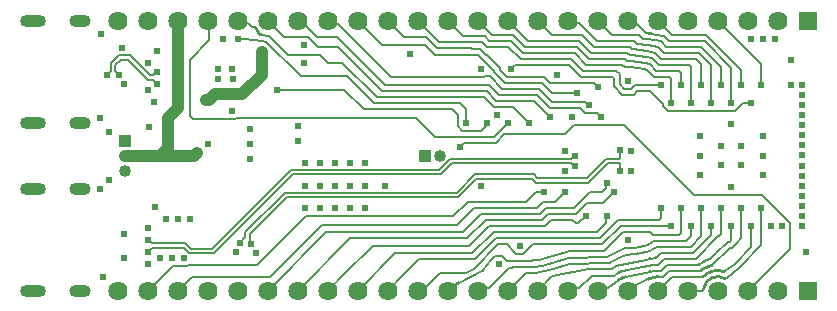
<source format=gbl>
G04*
G04 #@! TF.GenerationSoftware,Altium Limited,Altium Designer,24.5.2 (23)*
G04*
G04 Layer_Physical_Order=4*
G04 Layer_Color=16711680*
%FSLAX25Y25*%
%MOIN*%
G70*
G04*
G04 #@! TF.SameCoordinates,24FF50D2-DFE2-4597-A0F4-7CAA859AE4CF*
G04*
G04*
G04 #@! TF.FilePolarity,Positive*
G04*
G01*
G75*
%ADD11C,0.00600*%
G04:AMPARAMS|DCode=51|XSize=39.37mil|YSize=70.87mil|CornerRadius=19.68mil|HoleSize=0mil|Usage=FLASHONLY|Rotation=270.000|XOffset=0mil|YOffset=0mil|HoleType=Round|Shape=RoundedRectangle|*
%AMROUNDEDRECTD51*
21,1,0.03937,0.03150,0,0,270.0*
21,1,0.00000,0.07087,0,0,270.0*
1,1,0.03937,-0.01575,0.00000*
1,1,0.03937,-0.01575,0.00000*
1,1,0.03937,0.01575,0.00000*
1,1,0.03937,0.01575,0.00000*
%
%ADD51ROUNDEDRECTD51*%
G04:AMPARAMS|DCode=52|XSize=39.37mil|YSize=86.61mil|CornerRadius=19.68mil|HoleSize=0mil|Usage=FLASHONLY|Rotation=270.000|XOffset=0mil|YOffset=0mil|HoleType=Round|Shape=RoundedRectangle|*
%AMROUNDEDRECTD52*
21,1,0.03937,0.04724,0,0,270.0*
21,1,0.00000,0.08661,0,0,270.0*
1,1,0.03937,-0.02362,0.00000*
1,1,0.03937,-0.02362,0.00000*
1,1,0.03937,0.02362,0.00000*
1,1,0.03937,0.02362,0.00000*
%
%ADD52ROUNDEDRECTD52*%
%ADD63C,0.00603*%
%ADD64R,0.06400X0.06400*%
%ADD65C,0.06400*%
%ADD66C,0.04000*%
%ADD67R,0.04000X0.04000*%
%ADD68R,0.04000X0.04000*%
%ADD69C,0.02400*%
%ADD70C,0.04000*%
%ADD78C,0.01000*%
%ADD79C,0.01000*%
D11*
X137343Y87000D02*
X140750Y83593D01*
X123000Y87000D02*
X137343D01*
X85328Y90000D02*
X91628Y83700D01*
X102300D01*
X105000Y81000D01*
X121328Y69500D02*
X157172D01*
X109828Y81000D02*
X121328Y69500D01*
X105000Y81000D02*
X109828D01*
X82258Y90622D02*
X82313Y90566D01*
X82774Y90304D02*
X83140Y90211D01*
X83279Y90192D01*
X84640Y90000D02*
X85328D01*
X83279Y90192D02*
X84640Y90000D01*
X80568Y93000D02*
X80860Y92707D01*
X79856Y93000D02*
X80568D01*
X76987Y95100D02*
X79856Y93000D01*
X80861Y92707D02*
X80947Y92621D01*
X96000Y76500D02*
X111500D01*
X120500Y67500D02*
X149000D01*
X84500Y88000D02*
X96000Y76500D01*
X111500D02*
X120500Y67500D01*
X110500Y72000D02*
X117000Y65500D01*
X88000Y72000D02*
X110500D01*
X117000Y65500D02*
X146500D01*
X59000Y63286D02*
Y65000D01*
X74518Y62700D02*
X134300D01*
X74118Y62300D02*
X74518Y62700D01*
X59986Y62300D02*
X74118D01*
X59000Y63286D02*
X59986Y62300D01*
X134300Y62700D02*
X140700Y56300D01*
X160300D01*
X126200Y76300D02*
X157118D01*
X108533Y93967D02*
X126200Y76300D01*
X106033Y93967D02*
X108533D01*
X159000Y76500D02*
X163200Y72300D01*
X157318Y76500D02*
X159000D01*
X105000Y95000D02*
X106033Y93967D01*
X157118Y76300D02*
X157318Y76500D01*
X108125Y89374D02*
X124000Y73500D01*
X158828D01*
X157947Y83700D02*
X162586Y79061D01*
X152983Y85836D02*
X153225Y85593D01*
X155922D02*
X157815Y83700D01*
X141336Y85836D02*
X152983D01*
X162586Y78596D02*
X164882Y76300D01*
X153225Y85593D02*
X155922D01*
X157815Y83700D02*
X157947D01*
X162586Y78596D02*
Y79061D01*
X164882Y76300D02*
X177200D01*
X160586Y77767D02*
X164053Y74300D01*
X176372D01*
X156986Y81700D02*
X157118D01*
X160586Y78233D01*
X140750Y83593D02*
X155093D01*
X156986Y81700D01*
X160586Y77767D02*
Y78233D01*
X126768Y93884D02*
X126768Y93884D01*
X126764Y93880D02*
X126768Y93884D01*
X163200Y72300D02*
X175500D01*
X162028Y70300D02*
X174672D01*
X158828Y73500D02*
X162028Y70300D01*
X218000Y13700D02*
X228726D01*
X238383Y21164D02*
X238961Y21164D01*
X239547Y21750D01*
X234505Y17505D02*
X238383Y21164D01*
X232500Y15632D02*
X234505Y17505D01*
X228945Y13827D02*
X229693Y14310D01*
X230511Y14713D02*
X232500Y15632D01*
X229693Y14310D02*
X230210Y14568D01*
X239547Y21750D02*
Y26500D01*
X241547Y20922D02*
X242854Y22654D01*
X239211Y19164D02*
X239790D01*
X241547Y20922D01*
X233148Y13501D02*
X239211Y19164D01*
X242854Y22654D02*
Y32500D01*
X229961Y12103D02*
X230282Y12310D01*
X228990Y11700D02*
X229403Y11731D01*
X218872Y11700D02*
X228990D01*
X246240Y19569D02*
Y26500D01*
X240641Y13969D02*
X246240Y19569D01*
X230225Y9700D02*
X230263Y9738D01*
X237603Y11369D02*
X240641Y13969D01*
X237080Y11369D02*
X237603D01*
X219700Y9700D02*
X229823D01*
X230225Y9700D01*
X242000Y12500D02*
X242293Y12793D01*
X238001Y9076D02*
X242000Y12500D01*
X225000Y5000D02*
X229803D01*
X230096Y5293D01*
X237340Y9076D02*
X237593Y9076D01*
X230096Y5293D02*
X230330Y5527D01*
X242293Y12793D02*
X249547Y20047D01*
X237593Y9076D02*
X238001Y9076D01*
X192105Y12046D02*
X192188Y12062D01*
X201190Y13131D02*
X209447Y14789D01*
X192188Y12062D02*
X198123Y12162D01*
X199760Y12176D02*
X201190Y13131D01*
X198123Y12162D02*
X199392D01*
X199760Y12176D01*
X179712Y9712D02*
X192105Y12046D01*
X214524Y19700D02*
X226058D01*
X208273Y17300D02*
X212365Y18228D01*
X203483Y16634D02*
X206572Y17300D01*
X208272D01*
X214070Y19246D02*
X214524Y19700D01*
X200668Y15217D02*
X200700Y15236D01*
X212749Y18397D02*
X214070Y19246D01*
X200700Y15236D02*
X203483Y16634D01*
X198933Y14177D02*
X200668Y15217D01*
X212365Y18228D02*
X212749Y18397D01*
X213695Y21700D02*
X224500D01*
X213241Y21246D02*
X213695Y21700D01*
X204333Y19300D02*
X207443D01*
X211751Y20228D01*
X213241Y21246D01*
X204121Y19194D02*
X204333Y19300D01*
X198089Y16162D02*
X204121Y19194D01*
X185318Y15946D02*
X198089Y16162D01*
X224500Y21700D02*
X226161Y23361D01*
X179494Y9494D02*
X179712Y9712D01*
X175000Y5000D02*
X179494Y9494D01*
X175000Y5000D02*
X175000D01*
X198106Y14162D02*
X198563D01*
X180087Y12319D02*
X185623Y13951D01*
X177393Y11525D02*
X180087Y12319D01*
X198563Y14162D02*
X198931Y14176D01*
X185623Y13951D02*
X198106Y14162D01*
X165000Y5000D02*
X171000Y11000D01*
X174487D02*
X177257Y11390D01*
X177393Y11525D01*
X171000Y11000D02*
X174487D01*
X173658Y13000D02*
X176339Y13300D01*
X185318Y15946D01*
X167767Y13000D02*
X173658D01*
X165313Y12557D02*
X167767Y13000D01*
X162684Y9928D02*
X165091Y12336D01*
X165313Y12557D01*
X155946Y5946D02*
X158701D01*
X162684Y9928D02*
Y9928D01*
X158701Y5946D02*
X162684Y9928D01*
X155000Y5000D02*
X155946Y5946D01*
X173897Y15300D02*
X175510D01*
X185690Y18162D01*
X197000D01*
X172830Y15000D02*
X173897Y15300D01*
X164818Y15000D02*
X172830D01*
X163118Y16700D02*
X164818Y15000D01*
X160882Y16700D02*
X163118D01*
X159458Y15276D02*
X160882Y16700D01*
X170118Y17300D02*
X173318Y20500D01*
X196500D01*
X161853D02*
X164682D01*
X153699Y12346D02*
X161853Y20500D01*
X167882Y17300D02*
X170118D01*
X164682Y20500D02*
X167882Y17300D01*
X153182Y17485D02*
X160396Y24700D01*
X187775D02*
X187975Y24500D01*
X160396Y24700D02*
X187775D01*
X196500Y20500D02*
X202700Y26700D01*
X136500Y5000D02*
X142500Y11000D01*
X135000Y5000D02*
X136500D01*
X142500Y11000D02*
X150979D01*
X153699Y12346D01*
X127485Y17485D02*
X153182D01*
X115000Y5000D02*
X127485Y17485D01*
X125000Y5000D02*
X130117Y10117D01*
X135485Y15485D02*
X145509D01*
X130117Y10117D02*
X130117D01*
X135485Y15485D01*
X145509D02*
X145509Y15485D01*
X154010D01*
X110500Y10500D02*
X120000Y20000D01*
X158700Y26700D02*
X177396D01*
X120000Y20000D02*
X152000D01*
X158700Y26700D01*
X151500Y22500D02*
X157700Y28700D01*
X112500Y22500D02*
X151500D01*
X95000Y5000D02*
X112500Y22500D01*
X157700Y28700D02*
X176568D01*
X161225Y22700D02*
X186947D01*
X154303Y15778D02*
X161225Y22700D01*
X186947D02*
X187147Y22500D01*
X110500Y10500D02*
X110500D01*
X105000Y5000D02*
X110500Y10500D01*
X85000Y5000D02*
X104500Y24500D01*
X150000D02*
X156200Y30700D01*
X175740D01*
X104500Y24500D02*
X150000D01*
X171200Y34700D02*
X174500Y38000D01*
X146800Y29800D02*
X151700Y34700D01*
X97800Y29800D02*
X146800D01*
X151700Y34700D02*
X171200D01*
X174500Y38000D02*
X177000D01*
X153700Y32700D02*
X174911D01*
X148000Y27000D02*
X153700Y32700D01*
X85700Y9700D02*
X103000Y27000D01*
X148000D01*
X81500Y13500D02*
X97800Y29800D01*
X59700Y9700D02*
X85700D01*
X58318Y13500D02*
X81500D01*
X45000Y5000D02*
X53300Y13300D01*
X58118D02*
X58318Y13500D01*
X53300Y13300D02*
X58118D01*
X194700Y64300D02*
X196000Y63000D01*
X178972Y66000D02*
X189182D01*
X190882Y64300D02*
X194700D01*
X189182Y66000D02*
X190882Y64300D01*
X96000Y95000D02*
X101503Y89497D01*
X108003D01*
X95000Y95000D02*
X96000D01*
X98300Y89700D02*
X101700Y86300D01*
X108372D02*
X123172Y71500D01*
X101700Y86300D02*
X108372D01*
X90300Y89700D02*
X98300D01*
X85000Y95000D02*
X90300Y89700D01*
X85000Y95000D02*
Y95000D01*
X123172Y71500D02*
X158000D01*
X108003Y89497D02*
X108125Y89374D01*
X149000Y67500D02*
X151000Y65500D01*
X77403Y89000D02*
X83000Y88211D01*
X75000Y89000D02*
X77403D01*
X83000Y88211D02*
X84500Y88000D01*
X160333Y56333D02*
X160333D01*
X160300Y56300D02*
X160333Y56333D01*
X160333D02*
X165000Y61000D01*
X75000Y95000D02*
X75778Y95100D01*
X76987D01*
X59000Y82000D02*
X65447Y88447D01*
X59000Y65000D02*
Y82000D01*
X65447Y88447D02*
Y94553D01*
X161128Y54300D02*
X163919Y57091D01*
X149000Y53000D02*
X150300Y54300D01*
X161128D01*
X163919Y57091D02*
X184091D01*
X187100Y60100D01*
X203700D01*
X227004Y36796D01*
X240622Y36800D02*
X249798D01*
X240618Y36796D02*
X240622Y36800D01*
X227004Y36796D02*
X240618D01*
X249798Y36800D02*
X258980Y27618D01*
Y18980D02*
Y27618D01*
X245000Y5000D02*
X258980Y18980D01*
X65000Y95000D02*
X65447Y94553D01*
X149882Y58300D02*
X156214D01*
X158000Y60086D01*
Y61000D01*
X148300Y59882D02*
X149882Y58300D01*
X148300Y59882D02*
Y63700D01*
X146500Y65500D02*
X148300Y63700D01*
X151000Y61000D02*
Y65500D01*
X158000Y71500D02*
X161200Y68300D01*
X157172Y69500D02*
X160372Y66300D01*
X166700D02*
X172000Y61000D01*
X160372Y66300D02*
X166700D01*
X161200Y68300D02*
X173700D01*
X179000Y63000D01*
X179800Y68000D02*
X190714D01*
X176372Y74300D02*
X179672Y71000D01*
X188000D01*
X174672Y70300D02*
X178972Y66000D01*
X191714Y67000D02*
X192000D01*
X175500Y72300D02*
X179800Y68000D01*
X190714D02*
X191714Y67000D01*
X115000Y95000D02*
X123000Y87000D01*
X128065Y91935D02*
X128065D01*
X130500Y89500D01*
X137672D01*
X141336Y85836D01*
X126764Y93236D02*
Y93880D01*
Y93236D02*
X128065Y91935D01*
X126475Y94177D02*
X126768Y93884D01*
X125823Y94177D02*
X126475Y94177D01*
X125000Y95000D02*
X125823Y94177D01*
X177200Y76300D02*
X179200Y74300D01*
X193700D01*
X195000Y73000D01*
X212500Y71500D02*
X216721Y67279D01*
Y66382D02*
Y67279D01*
X218303Y64800D02*
X240618D01*
X208147Y71500D02*
X212500D01*
X216721Y66382D02*
X218303Y64800D01*
X206947Y70300D02*
X208147Y71500D01*
X203053Y70300D02*
X206947D01*
X200300Y73053D02*
X203053Y70300D01*
X207318Y73500D02*
X216035D01*
X206118Y72300D02*
X207318Y73500D01*
X189372Y76300D02*
X199714D01*
X200300Y73053D02*
Y75714D01*
X199714Y76300D02*
X200300Y75714D01*
X202300Y73882D02*
Y77200D01*
X201200Y78300D02*
X202300Y77200D01*
X203882Y72300D02*
X206118D01*
X202300Y73882D02*
X203882Y72300D01*
X190200Y78300D02*
X201200D01*
X185436Y80236D02*
X189372Y76300D01*
X167286Y80236D02*
X185436D01*
X166000Y79000D02*
X166050D01*
X167286Y80236D01*
X186264Y82236D02*
X190200Y78300D01*
X169279Y82236D02*
X186264D01*
X191215Y80300D02*
X203215D01*
X170107Y84236D02*
X187279D01*
X203215Y80300D02*
X204071Y79444D01*
X187279Y84236D02*
X191215Y80300D01*
X192043Y82300D02*
X204043D01*
X204899Y81444D01*
X170936Y86236D02*
X188107D01*
X192043Y82300D01*
X175000Y95000D02*
X179700Y90300D01*
X189872D01*
X193872Y86300D02*
X205700D01*
X205993Y86007D01*
X189872Y90300D02*
X193872Y86300D01*
X205993Y86007D02*
X206322Y85678D01*
X192872Y84300D02*
X204872D01*
X171764Y88236D02*
X188936D01*
X192872Y84300D01*
X194700Y88300D02*
X207156D01*
X208239Y87218D01*
X185823Y94177D02*
X188823D01*
X185000Y95000D02*
X185823Y94177D01*
X188823D02*
X194700Y88300D01*
X240618Y64800D02*
X243318Y67500D01*
X246193D01*
X142164Y87836D02*
X156507D01*
X135000Y95000D02*
X142164Y87836D01*
X158043Y86300D02*
X165215D01*
X156507Y87836D02*
X158043Y86300D01*
X165215D02*
X169279Y82236D01*
X191398Y34216D02*
X196716D01*
X200500Y38000D01*
X187882Y30700D02*
X191398Y34216D01*
X196475Y38000D02*
X197732Y39258D01*
Y40732D01*
X192353Y38000D02*
X196475D01*
X197732Y40732D02*
X198000Y41000D01*
X55000Y5000D02*
X59700Y9700D01*
X174911Y32700D02*
X176911Y34700D01*
X180700D02*
X184000Y38000D01*
X176911Y34700D02*
X180700D01*
X177740Y32700D02*
X187053D01*
X175740Y30700D02*
X177740Y32700D01*
X187053D02*
X192353Y38000D01*
X178568Y30700D02*
X187882D01*
X176568Y28700D02*
X178568Y30700D01*
X179396Y28700D02*
X186604D01*
X188566Y27566D02*
X191000Y30000D01*
X187738Y27566D02*
X188566D01*
X186604Y28700D02*
X187738Y27566D01*
X177396Y26700D02*
X179396Y28700D01*
X187975Y24500D02*
X194843D01*
X197732Y27389D02*
Y29732D01*
X198000Y30000D01*
X194843Y24500D02*
X197732Y27389D01*
X187147Y22500D02*
X195672D01*
X201872Y28700D01*
X213690Y11700D02*
X213832D01*
X212418Y11330D02*
X213690Y11700D01*
X213832D02*
X216000Y11700D01*
X204267Y9642D02*
X209599Y10477D01*
X212331Y11305D01*
X154010Y15485D02*
X154303Y15778D01*
X215414Y28700D02*
X216000Y29286D01*
X201872Y28700D02*
X215414D01*
X216000Y29286D02*
Y32417D01*
X216083Y32500D01*
X219268Y26700D02*
X219468Y26500D01*
X202700Y26700D02*
X219268D01*
X185000Y5000D02*
X185823Y5823D01*
X188823D02*
X193000Y10000D01*
X200528D02*
X200803Y10223D01*
X201333Y10652D01*
X185823Y5823D02*
X188823D01*
X193000Y10000D02*
X200528D01*
X148639Y7611D02*
X156470Y11485D01*
X156821Y11866D02*
X159458Y15276D01*
X156470Y11485D02*
X156609Y11624D01*
X156821Y11866D01*
X203538Y24700D02*
X212536D01*
X197000Y18162D02*
X203538Y24700D01*
X212536D02*
X213536Y23700D01*
X222190D01*
X222776Y24286D01*
Y32500D01*
X209769Y14858D02*
X209787Y14863D01*
X212316Y15504D01*
X209447Y14789D02*
X209769Y14858D01*
X212513Y15700D02*
X214463Y15993D01*
X212316Y15504D02*
X212512Y15700D01*
X214464Y15993D02*
X214479Y16008D01*
X216172Y17700D01*
X222776Y32500D02*
X223000Y32276D01*
X226161Y23361D02*
Y26500D01*
X203320Y11519D02*
X209854Y12831D01*
X215000Y13700D02*
X217000Y15700D01*
X209854Y12831D02*
X210224Y12910D01*
X213341Y13700D01*
X201333Y10652D02*
X201954Y10968D01*
X213341Y13700D02*
X215000Y13700D01*
X202715Y11298D02*
X203317Y11518D01*
X216000Y11700D02*
X216293Y11993D01*
X218000Y13700D01*
X198550Y5823D02*
X202042Y8652D01*
X216172Y17700D02*
X226886D01*
X195823Y5823D02*
X198550D01*
X195000Y5000D02*
X195823Y5823D01*
X217000Y15700D02*
X227715D01*
X207873Y6873D02*
X211619Y8858D01*
X206000Y5000D02*
X207873Y6873D01*
X211620Y8858D02*
X211622Y8860D01*
X205000Y5000D02*
X206000Y5000D01*
X215000Y9700D02*
X216872Y9700D01*
X217013Y9841D01*
X218872Y11700D01*
X229468Y23111D02*
Y32500D01*
X226058Y19700D02*
X229468Y23111D01*
X232854Y23668D02*
Y26500D01*
X226886Y17700D02*
X232854Y23668D01*
X235414Y23164D02*
X236000Y23750D01*
X235179Y23164D02*
X235414D01*
X227715Y15700D02*
X235179Y23164D01*
X236000Y23750D02*
Y32339D01*
X236161Y32500D01*
X215000Y5000D02*
X219700Y9700D01*
X249547Y20047D02*
Y32500D01*
X204071Y79444D02*
X206117D01*
X219421Y67500D02*
Y75714D01*
X218835Y76300D02*
X219128Y76007D01*
X213729Y76300D02*
X218835D01*
X211365Y78664D02*
X213729Y76300D01*
X210469Y78803D02*
X211365Y78664D01*
X206117Y79444D02*
X210469Y78803D01*
X219128Y76007D02*
X219421Y75714D01*
X208872Y90300D02*
X210224Y88947D01*
X211818Y88714D02*
X216127Y88045D01*
X216358Y87814D01*
X210224Y88947D02*
X211818Y88714D01*
X216358Y87814D02*
X217871Y86300D01*
X222728Y73500D02*
Y77714D01*
X222143Y78300D02*
X222435Y78007D01*
X214558Y78300D02*
X222143D01*
X212317Y80540D02*
X214558Y78300D01*
X222435Y78007D02*
X222728Y77714D01*
X210767Y80781D02*
X212317Y80540D01*
X206263Y81444D02*
X210767Y80781D01*
X204899Y81444D02*
X206263D01*
X204872Y84300D02*
X205728Y83444D01*
X206410D01*
X211066Y82759D01*
X226114Y67500D02*
Y79714D01*
X225528Y80300D02*
X225821Y80007D01*
X215386Y80300D02*
X225528D01*
X213270Y82416D02*
X215386Y80300D01*
X211066Y82759D02*
X213270Y82416D01*
X225821Y80007D02*
X226114Y79714D01*
X229128Y81002D02*
X229421Y80709D01*
X206556Y85444D02*
X206884Y85396D01*
X211366Y84736D02*
X214222Y84293D01*
X206884Y85396D02*
X211366Y84736D01*
X214222Y84293D02*
X216215Y82300D01*
X227831D02*
X229128Y81002D01*
X216215Y82300D02*
X227831D01*
X206322Y85678D02*
X206556Y85444D01*
X229421Y73500D02*
Y80709D01*
X208239Y87218D02*
X211664Y86714D01*
X215175Y86168D01*
X217043Y84300D02*
X228659D01*
X215175Y86168D02*
X217043Y84300D01*
X228952Y84007D02*
X232807Y80152D01*
X228659Y84300D02*
X228952Y84007D01*
X199700Y90300D02*
X208872D01*
X199407Y90593D02*
X199700Y90300D01*
X195000Y95000D02*
X199407Y90593D01*
X235821Y80022D02*
X236114Y79729D01*
X217871Y86300D02*
X229543D01*
X235821Y80022D01*
X236114Y73500D02*
Y79729D01*
X212756Y90592D02*
X216757Y89971D01*
X217079Y89921D01*
X218700Y88300D01*
X227775D01*
X211335Y90884D02*
X211953Y90745D01*
X227775Y88300D02*
X229487Y88356D01*
X205000Y95000D02*
X206033Y93967D01*
X208033D02*
X210848Y91152D01*
X211053Y90947D02*
X211335Y90884D01*
X206033Y93967D02*
X208033D01*
X210848Y91152D02*
X211053Y90947D01*
X229487Y88356D02*
X230316D01*
X230609Y88063D01*
X239500Y79172D01*
X215000Y95000D02*
X219700Y90300D01*
X226947D01*
X227002Y90356D02*
X231144D01*
X226947Y90300D02*
X227002Y90356D01*
X231144D02*
X242807Y78693D01*
X239500Y67500D02*
Y79172D01*
X145000Y95000D02*
X150164Y89836D01*
X157336D01*
X158872Y88300D01*
X166043D01*
X170107Y84236D01*
X159700Y90300D02*
X166872D01*
X155000Y95000D02*
X159700Y90300D01*
X166872D02*
X170936Y86236D01*
X165000Y95000D02*
X171764Y88236D01*
X232807Y67500D02*
Y80152D01*
X242807Y73500D02*
Y78693D01*
X235000Y95000D02*
X249500Y80500D01*
Y73500D02*
Y80500D01*
D51*
X22500Y60984D02*
D03*
Y95000D02*
D03*
Y39016D02*
D03*
Y5000D02*
D03*
D52*
X6752Y60984D02*
D03*
Y95000D02*
D03*
Y39016D02*
D03*
Y5000D02*
D03*
D63*
X35408Y83411D02*
X39051D01*
X45760Y76701D01*
X46701D01*
X35989Y82008D02*
X38470D01*
X45179Y75299D02*
X46701D01*
X32798Y80801D02*
X35408Y83411D01*
X46701Y76701D02*
X48000Y78000D01*
X38470Y82008D02*
X45179Y75299D01*
X46701D02*
X48000Y74000D01*
X34201Y78298D02*
X35500Y77000D01*
X32798Y78298D02*
Y80801D01*
X31500Y77000D02*
X32798Y78298D01*
X34201D02*
Y80220D01*
X35989Y82008D01*
X174352Y41000D02*
X191900D01*
X174934Y42403D02*
X191319D01*
X191900Y41000D02*
X198498Y47598D01*
X173051Y42301D02*
X174352Y41000D01*
X173632Y43705D02*
X174934Y42403D01*
X191319D02*
X197917Y49002D01*
X45000Y22000D02*
X46299Y20701D01*
X57538D02*
X59336Y18903D01*
X46299Y20701D02*
X57538D01*
X46299Y19298D02*
X56956D01*
X58755Y17500D01*
X59336Y18903D02*
X66500D01*
X45000Y18000D02*
X46299Y19298D01*
X58755Y17500D02*
X67081D01*
X66500Y18903D02*
X92795Y45199D01*
X67081Y17500D02*
X93377Y43795D01*
X142666D01*
X92795Y45199D02*
X142085D01*
X145888Y49002D01*
X142666Y43795D02*
X146469Y47598D01*
X186248D02*
X187247Y46600D01*
X146469Y47598D02*
X186248D01*
X187247Y50000D02*
X187500D01*
X186248Y49002D02*
X187247Y50000D01*
Y46600D02*
X187500D01*
X145888Y49002D02*
X186248D01*
X75800Y21000D02*
X77597Y22797D01*
X79000Y20858D02*
Y23816D01*
Y20858D02*
X79314Y20543D01*
X77597Y22797D02*
Y24397D01*
X90899Y37699D01*
X79000Y23816D02*
X91480Y36296D01*
X148580D01*
X90899Y37699D02*
X147998D01*
X154005Y43705D02*
X173632D01*
X148580Y36296D02*
X154586Y42301D01*
X147998Y37699D02*
X154005Y43705D01*
X154586Y42301D02*
X173051D01*
X198498Y47598D02*
X202147D01*
Y49002D02*
X202500Y49355D01*
X197917Y49002D02*
X202147D01*
X202500Y44800D02*
Y47245D01*
X202147Y47598D02*
X202500Y47245D01*
Y49355D02*
Y51800D01*
D64*
X265000Y5000D02*
D03*
Y95000D02*
D03*
D65*
X255000Y5000D02*
D03*
X245000D02*
D03*
X235000D02*
D03*
X225000D02*
D03*
X215000D02*
D03*
X205000D02*
D03*
X195000D02*
D03*
X185000D02*
D03*
X175000D02*
D03*
X165000D02*
D03*
X155000D02*
D03*
X145000D02*
D03*
X135000D02*
D03*
X125000D02*
D03*
X115000D02*
D03*
X105000D02*
D03*
X95000D02*
D03*
X85000D02*
D03*
X75000D02*
D03*
X65000D02*
D03*
X55000D02*
D03*
X45000D02*
D03*
X35000D02*
D03*
X255000Y95000D02*
D03*
X245000D02*
D03*
X235000D02*
D03*
X225000D02*
D03*
X215000D02*
D03*
X205000D02*
D03*
X195000D02*
D03*
X185000D02*
D03*
X175000D02*
D03*
X165000D02*
D03*
X155000D02*
D03*
X145000D02*
D03*
X135000D02*
D03*
X125000D02*
D03*
X115000D02*
D03*
X105000D02*
D03*
X95000D02*
D03*
X85000D02*
D03*
X75000D02*
D03*
X65000D02*
D03*
X55000D02*
D03*
X45000D02*
D03*
X35000D02*
D03*
D66*
X37500Y50000D02*
D03*
Y45000D02*
D03*
X142500Y50000D02*
D03*
D67*
X37500Y55000D02*
D03*
D68*
X137500Y50000D02*
D03*
D69*
X186500Y63000D02*
D03*
X47500Y33000D02*
D03*
X75000Y89000D02*
D03*
X83000Y84500D02*
D03*
X64500Y68500D02*
D03*
X45500Y59500D02*
D03*
X61500Y51000D02*
D03*
X29500Y90500D02*
D03*
X32000Y58000D02*
D03*
X29000Y62500D02*
D03*
X45000Y72018D02*
D03*
Y81000D02*
D03*
X36500Y86000D02*
D03*
X37000Y74000D02*
D03*
X31500Y77000D02*
D03*
X35500D02*
D03*
X48000Y74000D02*
D03*
Y78000D02*
D03*
X184000Y51500D02*
D03*
Y45000D02*
D03*
X45000Y22000D02*
D03*
Y18000D02*
D03*
X187500Y46600D02*
D03*
Y50000D02*
D03*
X206000Y45000D02*
D03*
Y51500D02*
D03*
X81000Y17500D02*
D03*
X74500Y18000D02*
D03*
X79314Y20543D02*
D03*
X75800Y21000D02*
D03*
X202500Y44800D02*
D03*
Y51800D02*
D03*
X32000Y42000D02*
D03*
X29000Y39000D02*
D03*
X45000Y26000D02*
D03*
Y14000D02*
D03*
X37000Y24000D02*
D03*
Y16000D02*
D03*
X30000Y9500D02*
D03*
X49000Y16000D02*
D03*
X53000D02*
D03*
X57000D02*
D03*
X51000Y29000D02*
D03*
X55000D02*
D03*
X59000D02*
D03*
X117500Y47500D02*
D03*
X112500D02*
D03*
X107500D02*
D03*
X102500D02*
D03*
X97500D02*
D03*
Y40000D02*
D03*
X102500D02*
D03*
X107500D02*
D03*
X112500D02*
D03*
X117500D02*
D03*
Y32500D02*
D03*
X112500D02*
D03*
X107500D02*
D03*
X102500D02*
D03*
X97500D02*
D03*
X124000Y40000D02*
D03*
X149000Y53000D02*
D03*
X165000Y61000D02*
D03*
X73500Y75500D02*
D03*
X68500D02*
D03*
X73000Y79000D02*
D03*
X68500D02*
D03*
X70000Y89000D02*
D03*
X48000Y85000D02*
D03*
X47000Y68000D02*
D03*
X65000Y54000D02*
D03*
X79000Y49000D02*
D03*
Y54000D02*
D03*
Y59000D02*
D03*
X73000Y65000D02*
D03*
X95000Y55000D02*
D03*
Y60000D02*
D03*
X158000Y61000D02*
D03*
X151000D02*
D03*
X88000Y72000D02*
D03*
X97000Y87000D02*
D03*
Y81000D02*
D03*
X132358Y83858D02*
D03*
X156000Y79000D02*
D03*
X161500Y63500D02*
D03*
X172000Y61000D02*
D03*
X188000Y71000D02*
D03*
X179000Y63000D02*
D03*
X196000D02*
D03*
X192000Y67000D02*
D03*
X195000Y73000D02*
D03*
X166000Y79000D02*
D03*
X177000Y38000D02*
D03*
X200500D02*
D03*
X198000Y41000D02*
D03*
X184000Y38000D02*
D03*
X191000Y30000D02*
D03*
X198000D02*
D03*
X156000Y40000D02*
D03*
X162000Y14000D02*
D03*
X169000Y20000D02*
D03*
X205000Y22000D02*
D03*
X264500Y18000D02*
D03*
X254000Y89000D02*
D03*
X250000D02*
D03*
X246000D02*
D03*
X259500Y82000D02*
D03*
X242800Y46800D02*
D03*
X236200D02*
D03*
X242800Y53200D02*
D03*
X236200D02*
D03*
X250008Y56492D02*
D03*
Y49996D02*
D03*
Y43500D02*
D03*
X239508Y60504D02*
D03*
X239500Y39496D02*
D03*
X229000Y43508D02*
D03*
Y50004D02*
D03*
Y56500D02*
D03*
X259539Y73500D02*
D03*
X263004Y73469D02*
D03*
Y70122D02*
D03*
Y66776D02*
D03*
Y63429D02*
D03*
Y60083D02*
D03*
Y56736D02*
D03*
Y53390D02*
D03*
Y50043D02*
D03*
Y46697D02*
D03*
Y43350D02*
D03*
Y40004D02*
D03*
Y36658D02*
D03*
Y33311D02*
D03*
Y29965D02*
D03*
Y26618D02*
D03*
X181500Y77000D02*
D03*
X205000Y75000D02*
D03*
X246193Y67500D02*
D03*
X256279Y26500D02*
D03*
X252933D02*
D03*
X216035Y73500D02*
D03*
X216083Y32500D02*
D03*
X246240Y26500D02*
D03*
X249547Y32500D02*
D03*
X239547Y26500D02*
D03*
X242854Y32500D02*
D03*
X232854Y26500D02*
D03*
X236161Y32500D02*
D03*
X226161Y26500D02*
D03*
X229468Y32500D02*
D03*
X219468Y26500D02*
D03*
X222776Y32500D02*
D03*
X222728Y73500D02*
D03*
X219421Y67500D02*
D03*
X229421Y73500D02*
D03*
X226114Y67500D02*
D03*
X236114Y73500D02*
D03*
X232807Y67500D02*
D03*
X239500D02*
D03*
X242807Y73500D02*
D03*
X249500D02*
D03*
D70*
X67500Y70500D02*
X76500D01*
X64500Y68500D02*
X65500D01*
X67500Y70500D01*
X76500D02*
X83000Y77000D01*
Y84500D01*
X49000Y50000D02*
X60500D01*
X37500D02*
X49000D01*
X51700Y52700D02*
Y62640D01*
X49000Y50000D02*
X51700Y52700D01*
X55000Y65940D02*
Y95000D01*
X51700Y62640D02*
X55000Y65940D01*
X60500Y50000D02*
X61500Y51000D01*
D78*
X82313Y90566D02*
G03*
X82774Y90304I707J707D01*
G01*
X80947Y92621D02*
G03*
X82258Y90622I20718J12160D01*
G01*
X80861Y92707D02*
X80860Y92707D01*
X230511Y14713D02*
G03*
X230210Y14568I4489J-9713D01*
G01*
X228945Y13827D02*
G03*
X228726Y13700I2469J-4515D01*
G01*
X233148Y13501D02*
G03*
X230282Y12310I1852J-8501D01*
G01*
X229961Y12103D02*
G03*
X229403Y11731I1453J-2791D01*
G01*
X237080Y11369D02*
G03*
X230263Y9738I-2080J-6369D01*
G01*
X237340Y9076D02*
G03*
X230330Y5527I-2340J-4076D01*
G01*
X208273Y17300D02*
G03*
X208272Y17300I221J-975D01*
G01*
X198933Y14177D02*
G03*
X198931Y14176I514J-858D01*
G01*
X212418Y11330D02*
G03*
X212331Y11305I2582J-8838D01*
G01*
X204267Y9642D02*
G03*
X204263Y9642I734J-4642D01*
G01*
D02*
G03*
X202042Y8652I737J-4642D01*
G01*
X148639Y7611D02*
G03*
X145000Y5000I6119J-12369D01*
G01*
X212512Y15700D02*
G03*
X212513Y15700I-148J989D01*
G01*
X214463Y15993D02*
G03*
X214464Y15993I-148J989D01*
G01*
X203317Y11518D02*
G03*
X203320Y11519I-342J940D01*
G01*
X202715Y11298D02*
G03*
X201954Y10968I2285J-6298D01*
G01*
X211620Y8858D02*
X211619Y8858D01*
X215000Y9700D02*
G03*
X211622Y8860I0J-7208D01*
G01*
X211953Y90745D02*
G03*
X212756Y90592I2670J11867D01*
G01*
D79*
X83279Y90192D02*
D03*
X230096Y5293D02*
D03*
X237593Y9076D02*
D03*
X126768Y93884D02*
D03*
M02*

</source>
